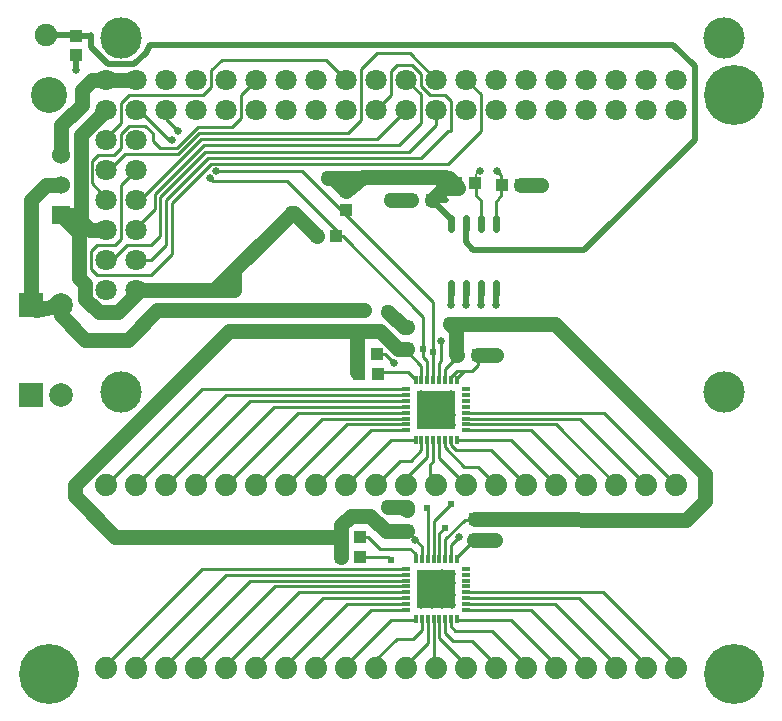
<source format=gtl>
G04 Layer: TopLayer*
G04 EasyEDA v6.3.22, 2020-01-25T23:38:18+00:00*
G04 9703bbce67ff49f59cf1a8212616356f,50f9dc15ed21485093dd89aa00421481,09*
G04 Gerber Generator version 0.2*
G04 Scale: 100 percent, Rotated: No, Reflected: No *
G04 Dimensions in inches *
G04 leading zeros omitted , absolute positions ,2 integer and 4 decimal *
%FSLAX24Y24*%
%MOIN*%
G90*
G70D02*

%ADD10C,0.010000*%
%ADD11C,0.050000*%
%ADD12C,0.020000*%
%ADD13C,0.006000*%
%ADD14C,0.011024*%
%ADD15C,0.023622*%
%ADD16C,0.024000*%
%ADD17C,0.025000*%
%ADD18R,0.126000X0.126000*%
%ADD19R,0.026000X0.011800*%
%ADD20R,0.011800X0.026000*%
%ADD21R,0.039370X0.043307*%
%ADD22R,0.043307X0.039370*%
%ADD23C,0.070866*%
%ADD24C,0.074000*%
%ADD25R,0.078740X0.078740*%
%ADD26C,0.078740*%
%ADD27C,0.074803*%
%ADD28R,0.060000X0.060000*%
%ADD29C,0.060000*%
%ADD30C,0.120000*%
%ADD31C,0.137790*%
%ADD32C,0.200000*%

%LPD*%
G54D11*
G01X11880Y13485D02*
G01X4984Y13485D01*
G01X4014Y12515D01*
G01X2610Y12515D01*
G01X1800Y13325D01*
G01X1800Y13665D01*
G01X975Y13485D01*
G01X795Y13665D01*
G01X800Y17167D01*
G01X1298Y17665D01*
G01X1800Y17665D01*
G01X12690Y6945D02*
G01X13319Y6945D01*
G01X13319Y6841D01*
G01X15694Y12005D02*
G01X16289Y12005D01*
G01X16300Y11995D01*
G54D10*
G01X11765Y5277D02*
G01X12680Y5277D01*
G01X12790Y5167D01*
G01X13818Y5191D02*
G01X13818Y5629D01*
G01X13600Y5847D01*
G01X13319Y6127D01*
G01X13319Y6132D01*
G01X14802Y5191D02*
G01X14802Y5676D01*
G01X15045Y5919D01*
G54D11*
G01X17139Y17669D02*
G01X17795Y17669D01*
G54D12*
G01X14780Y16384D02*
G01X14780Y16540D01*
G01X14154Y17165D01*
G01X14158Y17169D01*
G01X14639Y17169D01*
G54D11*
G01X12710Y13445D02*
G01X13234Y12921D01*
G01X13319Y12921D01*
G54D12*
G01X16295Y13669D02*
G01X16280Y13684D01*
G01X16280Y14226D01*
G01X15780Y14226D02*
G01X15780Y13684D01*
G01X15795Y13669D01*
G01X15295Y13669D02*
G01X15280Y13684D01*
G01X15280Y14226D01*
G01X14780Y14226D02*
G01X14780Y13684D01*
G01X14795Y13669D01*
G54D10*
G01X15694Y12005D02*
G01X15694Y11670D01*
G01X15496Y11472D01*
G01X15250Y11472D01*
G01X14984Y11144D02*
G01X14984Y11244D01*
G01X15212Y11472D01*
G01X15250Y11472D01*
G01X15000Y11472D01*
G01X14791Y11264D01*
G01X14791Y11181D01*
G01X14999Y5191D02*
G01X14999Y5278D01*
G01X15545Y5824D01*
G01X16280Y14226D02*
G01X16280Y13684D01*
G01X16295Y13669D01*
G01X15780Y14226D02*
G01X15780Y13684D01*
G01X15795Y13669D01*
G01X15280Y14226D02*
G01X15280Y13684D01*
G01X15295Y13669D01*
G01X14780Y14226D02*
G01X14780Y13684D01*
G01X14795Y13669D01*
G54D11*
G01X13445Y17165D02*
G01X12800Y17165D01*
G01X12800Y17165D01*
G54D10*
G01X14590Y11144D02*
G01X14590Y11527D01*
G01X14985Y11922D01*
G01X14985Y12005D01*
G01X14605Y5191D02*
G01X14605Y5852D01*
G01X15266Y6513D01*
G01X15545Y6513D01*
G01X13025Y12477D02*
G01X13025Y12424D01*
G01X13808Y11642D01*
G01X13808Y11181D01*
G54D11*
G01X14950Y17669D02*
G01X14712Y17907D01*
G01X14360Y17907D01*
G01X3290Y16157D02*
G01X2768Y16157D01*
G01X2259Y16665D01*
G01X1800Y16665D01*
G54D10*
G01X14212Y5191D02*
G01X14212Y6459D01*
G01X14800Y7047D01*
G01X14015Y5191D02*
G01X14015Y6880D01*
G01X14000Y6895D01*
G01X13860Y12185D02*
G01X13860Y11935D01*
G01X14005Y11790D01*
G01X14005Y11181D01*
G01X5310Y20175D02*
G01X5310Y19855D01*
G01X5700Y19465D01*
G01X5500Y19165D02*
G01X5401Y19165D01*
G01X4391Y20175D01*
G01X4310Y20175D01*
G01X6970Y18127D02*
G01X9833Y18127D01*
G01X11295Y16669D01*
G01X6756Y17900D02*
G01X6859Y17807D01*
G01X9328Y17807D01*
G01X10984Y16151D01*
G01X10984Y15919D01*
G01X10955Y15955D02*
G01X11180Y15955D01*
G01X13860Y13275D01*
G01X13860Y12185D01*
G01X14200Y12095D02*
G01X14200Y13764D01*
G01X11295Y16669D01*
G01X14196Y11144D02*
G01X14196Y11176D01*
G01X14202Y11181D01*
G01X14200Y11183D01*
G01X14200Y12095D01*
G01X16450Y17669D02*
G01X16450Y17328D01*
G01X16290Y17117D01*
G01X16290Y16394D01*
G01X16280Y16384D01*
G54D11*
G01X10680Y17915D02*
G01X10864Y17915D01*
G01X11300Y17480D01*
G01X11300Y17480D02*
G01X11851Y17919D01*
G01X14595Y17919D01*
G01X14845Y17669D01*
G01X14950Y17669D01*
G01X11851Y17919D02*
G01X11847Y17915D01*
G01X10680Y17915D01*
G01X2460Y16269D02*
G01X2460Y19325D01*
G01X3300Y20165D01*
G54D12*
G01X2295Y21503D02*
G01X2295Y21995D01*
G01X2310Y22010D01*
G01X2295Y21995D01*
G01X2295Y21669D01*
G54D11*
G01X10325Y15955D02*
G01X9545Y16735D01*
G01X9480Y16735D01*
G54D10*
G01X3300Y7667D02*
G01X6498Y10866D01*
G01X13296Y10866D01*
G01X13296Y10669D02*
G01X7302Y10669D01*
G01X4300Y7667D01*
G01X5295Y7669D02*
G01X8098Y10472D01*
G01X13296Y10472D01*
G01X7295Y7669D02*
G01X9705Y10079D01*
G01X13296Y10079D01*
G01X8295Y7669D02*
G01X10508Y9882D01*
G01X13296Y9882D01*
G01X9295Y7669D02*
G01X11311Y9685D01*
G01X13296Y9685D01*
G01X10295Y7669D02*
G01X12114Y9488D01*
G01X13296Y9488D01*
G01X11295Y7669D02*
G01X12799Y9173D01*
G01X13611Y9173D01*
G01X12295Y7669D02*
G01X13105Y8479D01*
G01X13454Y8479D01*
G01X13808Y8833D01*
G01X13808Y9173D01*
G01X13295Y7669D02*
G01X13295Y7897D01*
G01X14005Y8606D01*
G01X14005Y9173D01*
G01X14295Y7669D02*
G01X14080Y7884D01*
G01X14080Y8335D01*
G01X14202Y8457D01*
G01X14202Y9173D01*
G01X15295Y7669D02*
G01X14397Y8566D01*
G01X14397Y9173D01*
G01X14594Y9173D02*
G01X14594Y8930D01*
G01X14590Y8925D01*
G01X16295Y7669D02*
G01X15681Y8282D01*
G01X15233Y8282D01*
G01X14590Y8925D01*
G01X17295Y7669D02*
G01X16127Y8837D01*
G01X14967Y8837D01*
G01X14787Y9017D01*
G01X14787Y9194D01*
G01X18295Y7669D02*
G01X16791Y9173D01*
G01X14988Y9173D01*
G01X19295Y7669D02*
G01X17476Y9488D01*
G01X15304Y9488D01*
G01X20295Y7669D02*
G01X18279Y9685D01*
G01X15304Y9685D01*
G01X21295Y7669D02*
G01X19082Y9882D01*
G01X15304Y9882D01*
G01X22295Y7669D02*
G01X19885Y10079D01*
G01X15304Y10079D01*
G01X14397Y11181D02*
G01X14397Y11745D01*
G01X14450Y11797D01*
G01X14450Y12465D01*
G54D11*
G01X15545Y5824D02*
G01X16249Y5824D01*
G01X16250Y5825D01*
G01X11660Y11427D02*
G01X11660Y12637D01*
G01X11500Y12797D01*
G01X7380Y12797D01*
G01X2250Y7667D01*
G01X2250Y7297D01*
G01X3610Y5937D01*
G01X11135Y5937D01*
G01X11135Y5937D01*
G01X11135Y5277D01*
G54D10*
G01X13621Y5191D02*
G01X13621Y5378D01*
G01X13606Y5392D01*
G54D11*
G01X15600Y6541D02*
G01X22639Y6513D01*
G01X23250Y7124D01*
G01X23250Y8047D01*
G01X18250Y13047D01*
G01X14750Y13047D01*
G01X14953Y12843D01*
G01X14953Y12037D01*
G01X14985Y12005D01*
G54D10*
G01X3295Y1669D02*
G01X6502Y4876D01*
G01X13306Y4876D01*
G01X4295Y1669D02*
G01X7305Y4679D01*
G01X13306Y4679D01*
G01X22295Y1669D02*
G01X19875Y4089D01*
G01X15313Y4089D01*
G01X21295Y1669D02*
G01X19072Y3892D01*
G01X15313Y3892D01*
G01X20295Y1669D02*
G01X18269Y3695D01*
G01X15313Y3695D01*
G01X19295Y1669D02*
G01X17466Y3498D01*
G01X15313Y3498D01*
G01X18295Y1669D02*
G01X16781Y3183D01*
G01X14999Y3183D01*
G01X17295Y1669D02*
G01X16157Y2807D01*
G01X14940Y2817D01*
G01X14800Y2967D01*
G01X14802Y3183D01*
G01X15295Y1669D02*
G01X14408Y2556D01*
G01X14408Y3183D01*
G01X14295Y1669D02*
G01X14212Y1752D01*
G01X14212Y3183D01*
G01X13295Y1669D02*
G01X14015Y2389D01*
G01X14015Y3183D01*
G01X11295Y1669D02*
G01X12803Y3177D01*
G01X13621Y3177D01*
G01X10295Y1669D02*
G01X12124Y3498D01*
G01X13306Y3498D01*
G01X9295Y1669D02*
G01X11321Y3695D01*
G01X13306Y3695D01*
G01X8295Y1669D02*
G01X10518Y3892D01*
G01X13306Y3892D01*
G01X7295Y1669D02*
G01X9715Y4089D01*
G01X13306Y4089D01*
G01X6295Y1669D02*
G01X8911Y4285D01*
G01X13306Y4285D01*
G01X5295Y1669D02*
G01X8108Y4482D01*
G01X13306Y4482D01*
G01X14610Y3197D02*
G01X14610Y2954D01*
G01X15780Y16384D02*
G01X15780Y17177D01*
G01X15639Y17317D01*
G01X15639Y17669D01*
G54D13*
G01X15639Y17669D02*
G01X15639Y18026D01*
G01X15760Y18147D01*
G54D11*
G01X13319Y12212D02*
G01X13034Y12212D01*
G01X12430Y12817D01*
G01X11374Y12817D01*
G54D10*
G01X12300Y1867D02*
G01X12980Y2537D01*
G01X13530Y2537D01*
G01X13818Y2825D01*
G01X13818Y3183D01*
G01X16295Y1669D02*
G01X15497Y2467D01*
G01X14860Y2467D01*
G01X14605Y2722D01*
G01X14605Y2940D01*
G54D11*
G01X13319Y6137D02*
G01X12618Y6137D01*
G01X12108Y6647D01*
G01X11460Y6647D01*
G01X11135Y6322D01*
G01X11135Y5937D01*
G54D10*
G01X6295Y7669D02*
G01X8901Y10275D01*
G01X13296Y10275D01*
G54D11*
G01X4310Y21175D02*
G01X2828Y21175D01*
G01X2480Y20827D01*
G01X2480Y20335D01*
G01X1800Y19655D01*
G01X1800Y18665D01*
G54D10*
G01X4295Y16229D02*
G01X4928Y16862D01*
G01X4928Y17375D01*
G01X6550Y18997D01*
G01X13050Y18997D01*
G01X13800Y19747D01*
G01X13800Y20685D01*
G01X13310Y21175D01*
G01X13303Y21169D01*
G01X13295Y21169D01*
G01X4295Y17229D02*
G01X4482Y17229D01*
G01X6450Y19197D01*
G01X12331Y19197D01*
G01X13310Y20175D01*
G01X3295Y19229D02*
G01X3295Y19242D01*
G01X3800Y19747D01*
G01X3800Y20397D01*
G01X4070Y20667D01*
G01X6520Y20667D01*
G01X6800Y20947D01*
G01X6800Y21497D01*
G01X7150Y21847D01*
G01X10638Y21847D01*
G01X11310Y21175D01*
G54D12*
G01X15280Y16384D02*
G01X15280Y15762D01*
G01X15539Y15502D01*
G01X19238Y15502D01*
G01X22913Y19178D01*
G01X22913Y21633D01*
G01X22200Y22347D01*
G01X4760Y22337D01*
G01X4720Y22277D01*
G01X4680Y22187D01*
G01X4616Y22083D01*
G01X4240Y21707D01*
G01X3351Y21707D01*
G01X2800Y22259D01*
G01X2800Y22665D01*
G01X2774Y22640D01*
G01X2310Y22640D01*
G01X1295Y22669D02*
G01X2281Y22669D01*
G01X2310Y22640D01*
G54D10*
G01X16450Y17669D02*
G01X16450Y18016D01*
G01X16330Y18137D01*
G54D11*
G01X14154Y17165D02*
G01X14569Y17580D01*
G01X15039Y17580D01*
G01X14950Y17669D01*
G54D10*
G01X13611Y11181D02*
G01X13367Y11424D01*
G01X12344Y11424D01*
G01X12900Y11747D02*
G01X12600Y12047D01*
G01X12344Y12047D01*
G01X11764Y5937D02*
G01X12040Y5937D01*
G01X12430Y5547D01*
G01X13419Y5537D01*
G01X13606Y5392D01*
G01X14408Y5191D02*
G01X14408Y6055D01*
G01X14600Y6247D01*
G01X3295Y17229D02*
G01X3295Y17251D01*
G01X2824Y17723D01*
G01X2824Y18471D01*
G01X3020Y18667D01*
G01X3551Y18667D01*
G01X3800Y18915D01*
G01X3800Y19365D01*
G01X4071Y19637D01*
G01X4610Y19637D01*
G01X4850Y19397D01*
G01X4850Y19147D01*
G01X5100Y18897D01*
G01X5650Y18897D01*
G01X6350Y19597D01*
G01X7480Y19597D01*
G01X7800Y19917D01*
G01X7800Y20665D01*
G01X8310Y21175D01*
G01X3295Y18229D02*
G01X3453Y18229D01*
G01X3921Y18697D01*
G01X5700Y18697D01*
G01X6400Y19397D01*
G01X11350Y19397D01*
G01X11800Y19847D01*
G01X11800Y21547D01*
G01X12318Y22065D01*
G01X13419Y22065D01*
G01X14310Y21175D01*
G01X3300Y15165D02*
G01X3500Y15165D01*
G01X4000Y15665D01*
G01X4800Y15665D01*
G01X5100Y15965D01*
G01X5100Y17265D01*
G01X6600Y18765D01*
G01X13400Y18765D01*
G01X14310Y19675D01*
G01X14310Y20175D01*
G01X15310Y21175D02*
G01X15800Y20685D01*
G01X15800Y19465D01*
G01X14700Y18365D01*
G01X6800Y18365D01*
G01X5500Y17065D01*
G01X5500Y15365D01*
G01X4800Y14665D01*
G01X3000Y14665D01*
G01X2800Y14865D01*
G01X2800Y15465D01*
G01X3000Y15665D01*
G01X3600Y15665D01*
G01X3800Y15865D01*
G01X3800Y17665D01*
G01X4300Y18165D01*
G01X12310Y20175D02*
G01X12800Y20665D01*
G01X12800Y21465D01*
G01X13000Y21665D01*
G01X13500Y21665D01*
G01X13800Y21365D01*
G01X13800Y20965D01*
G01X14100Y20665D01*
G01X14600Y20665D01*
G01X14800Y20465D01*
G01X14800Y19465D01*
G01X14700Y19465D01*
G01X13800Y18565D01*
G01X6700Y18565D01*
G01X5300Y17165D01*
G01X5300Y15665D01*
G01X4800Y15165D01*
G01X4300Y15165D01*
G54D11*
G01X9480Y16735D02*
G01X6901Y14157D01*
G01X4440Y14157D01*
G01X3702Y13419D01*
G01X3046Y13419D01*
G01X2600Y13865D01*
G01X2600Y14359D01*
G01X2400Y14559D01*
G01X2400Y16065D01*
G01X1800Y16665D01*
G01X7545Y14169D02*
G01X7545Y14801D01*
G01X7545Y14169D02*
G01X6614Y14169D01*
G54D14*
G01X13780Y10059D02*
G01X13780Y9815D01*
G54D15*
G01X16280Y16203D02*
G01X16280Y16565D01*
G01X15780Y16203D02*
G01X15780Y16565D01*
G01X15280Y16203D02*
G01X15280Y16565D01*
G01X14780Y16203D02*
G01X14780Y16565D01*
G01X16280Y14045D02*
G01X16280Y14408D01*
G01X15780Y14045D02*
G01X15780Y14408D01*
G01X15280Y14045D02*
G01X15280Y14408D01*
G01X14780Y14045D02*
G01X14780Y14408D01*
G54D18*
G01X14310Y4187D03*
G54D19*
G01X13310Y4876D03*
G01X13310Y4679D03*
G01X13310Y4482D03*
G01X13310Y4285D03*
G01X13310Y4088D03*
G01X13310Y3891D03*
G01X13310Y3695D03*
G01X13310Y3498D03*
G54D20*
G01X13621Y3187D03*
G01X13817Y3187D03*
G01X14014Y3187D03*
G01X14211Y3187D03*
G01X14408Y3187D03*
G01X14605Y3187D03*
G01X14802Y3187D03*
G01X14999Y3187D03*
G54D19*
G01X15310Y3498D03*
G01X15310Y3695D03*
G01X15310Y3891D03*
G01X15310Y4088D03*
G01X15310Y4285D03*
G01X15310Y4482D03*
G01X15310Y4679D03*
G01X15310Y4876D03*
G54D20*
G01X14999Y5187D03*
G01X14802Y5187D03*
G01X14605Y5187D03*
G01X14408Y5187D03*
G01X14211Y5187D03*
G01X14014Y5187D03*
G01X13817Y5187D03*
G01X13621Y5187D03*
G54D18*
G01X14300Y10177D03*
G54D19*
G01X13300Y10866D03*
G01X13300Y10669D03*
G01X13300Y10472D03*
G01X13300Y10275D03*
G01X13300Y10078D03*
G01X13300Y9881D03*
G01X13300Y9685D03*
G01X13300Y9488D03*
G54D20*
G01X13611Y9177D03*
G01X13807Y9177D03*
G01X14004Y9177D03*
G01X14201Y9177D03*
G01X14398Y9177D03*
G01X14595Y9177D03*
G01X14792Y9177D03*
G01X14988Y9177D03*
G54D19*
G01X15300Y9488D03*
G01X15300Y9685D03*
G01X15300Y9881D03*
G01X15300Y10078D03*
G01X15300Y10275D03*
G01X15300Y10472D03*
G01X15300Y10669D03*
G01X15300Y10866D03*
G54D20*
G01X14988Y11177D03*
G01X14792Y11177D03*
G01X14595Y11177D03*
G01X14398Y11177D03*
G01X14201Y11177D03*
G01X14004Y11177D03*
G01X13807Y11177D03*
G01X13611Y11177D03*
G54D21*
G01X13445Y17165D03*
G01X14154Y17165D03*
G54D22*
G01X2310Y22640D03*
G01X2310Y22010D03*
G54D21*
G01X17140Y17669D03*
G01X16510Y17669D03*
G01X14955Y17747D03*
G01X15584Y17747D03*
G01X10325Y15955D03*
G01X10954Y15955D03*
G54D22*
G01X11300Y17480D03*
G01X11300Y16850D03*
G01X13319Y12212D03*
G01X13319Y12921D03*
G01X15600Y5832D03*
G01X15600Y6541D03*
G54D21*
G01X11135Y5277D03*
G01X11764Y5277D03*
G01X11765Y5937D03*
G01X11135Y5937D03*
G01X12345Y11377D03*
G01X11715Y11377D03*
G01X11714Y12047D03*
G01X12344Y12047D03*
G01X15694Y12005D03*
G01X14985Y12005D03*
G54D22*
G01X13319Y6132D03*
G01X13319Y6841D03*
G54D23*
G01X4300Y19165D03*
G01X4300Y18165D03*
G01X4300Y17165D03*
G01X4300Y16165D03*
G01X4300Y15165D03*
G01X4300Y14165D03*
G01X3300Y14165D03*
G01X3300Y15165D03*
G01X3300Y16165D03*
G01X3300Y17165D03*
G01X3300Y18165D03*
G01X22300Y21165D03*
G01X22300Y20165D03*
G01X21300Y21165D03*
G01X21300Y20165D03*
G01X20300Y21165D03*
G01X20300Y20165D03*
G01X19300Y21165D03*
G01X19300Y20165D03*
G01X18300Y20165D03*
G01X17300Y21165D03*
G01X17300Y20165D03*
G01X16300Y21165D03*
G01X16300Y20165D03*
G01X15300Y21165D03*
G01X15300Y20165D03*
G01X14300Y21165D03*
G01X14300Y20165D03*
G01X13300Y21165D03*
G01X13300Y20165D03*
G01X12300Y21165D03*
G01X12300Y20165D03*
G01X11300Y21165D03*
G01X11300Y20165D03*
G01X10300Y21165D03*
G01X10300Y20165D03*
G01X9300Y21165D03*
G01X9300Y20165D03*
G01X8300Y21165D03*
G01X8300Y20165D03*
G01X7300Y21165D03*
G01X7300Y20165D03*
G01X6300Y21165D03*
G01X6300Y20165D03*
G01X5300Y21165D03*
G01X5300Y20165D03*
G01X4300Y21165D03*
G01X4300Y20165D03*
G01X3300Y21165D03*
G54D24*
G01X3300Y7665D03*
G01X4300Y7665D03*
G01X5300Y7665D03*
G01X6300Y7665D03*
G01X7300Y7665D03*
G01X8300Y7665D03*
G01X9300Y7665D03*
G01X10300Y7665D03*
G01X11300Y7665D03*
G01X12300Y7665D03*
G01X13300Y7665D03*
G01X14300Y7665D03*
G01X15300Y7665D03*
G01X16300Y7665D03*
G01X17300Y7665D03*
G01X18300Y7665D03*
G01X19300Y7665D03*
G01X20300Y7665D03*
G01X21300Y7665D03*
G01X22300Y7665D03*
G01X22300Y1565D03*
G01X21300Y1565D03*
G01X20300Y1565D03*
G01X19300Y1565D03*
G01X18300Y1565D03*
G01X17300Y1565D03*
G01X16300Y1565D03*
G01X15300Y1565D03*
G01X13300Y1565D03*
G01X12300Y1565D03*
G01X11300Y1565D03*
G01X10300Y1565D03*
G01X9300Y1565D03*
G01X8300Y1565D03*
G01X7300Y1565D03*
G01X6300Y1565D03*
G01X5300Y1565D03*
G01X4300Y1565D03*
G01X3300Y1565D03*
G01X14300Y1565D03*
G54D23*
G01X22300Y21165D03*
G01X22300Y20165D03*
G01X21300Y21165D03*
G01X21300Y20165D03*
G01X20300Y21165D03*
G01X20300Y20165D03*
G01X19300Y21165D03*
G01X19300Y20165D03*
G01X18300Y21165D03*
G01X18300Y20165D03*
G01X17300Y21165D03*
G01X17300Y20165D03*
G01X16300Y21165D03*
G01X16300Y20165D03*
G01X15300Y21165D03*
G01X15300Y20165D03*
G01X14300Y21165D03*
G01X14300Y20165D03*
G01X13300Y21165D03*
G01X13300Y20165D03*
G01X12300Y21165D03*
G01X12300Y20165D03*
G01X11300Y21165D03*
G01X11300Y20165D03*
G01X10300Y21165D03*
G01X10300Y20165D03*
G01X9300Y21165D03*
G01X9300Y20165D03*
G01X8300Y21165D03*
G01X8300Y20165D03*
G01X7300Y21165D03*
G01X7300Y20165D03*
G01X6300Y21165D03*
G01X6300Y20165D03*
G01X5300Y21165D03*
G01X5300Y20165D03*
G01X4300Y21165D03*
G01X4300Y20165D03*
G01X3300Y21165D03*
G01X4300Y19165D03*
G01X4300Y18165D03*
G01X4300Y17165D03*
G01X4300Y16165D03*
G01X4300Y15165D03*
G01X4300Y14165D03*
G01X3300Y14165D03*
G01X3300Y15165D03*
G01X3300Y16165D03*
G01X3300Y17165D03*
G01X3300Y18165D03*
G54D25*
G01X800Y13665D03*
G54D26*
G01X1800Y13665D03*
G54D25*
G01X800Y10665D03*
G54D26*
G01X1800Y10665D03*
G54D23*
G01X3300Y7665D03*
G01X4300Y7665D03*
G01X5300Y7665D03*
G01X6300Y7665D03*
G01X7300Y7665D03*
G01X8300Y7665D03*
G01X9300Y7665D03*
G01X10300Y7665D03*
G01X11300Y7665D03*
G01X12300Y7665D03*
G01X13300Y7665D03*
G01X14300Y7665D03*
G01X15300Y7665D03*
G01X16300Y7665D03*
G01X17300Y7665D03*
G01X18300Y7665D03*
G01X19300Y7665D03*
G01X20300Y7665D03*
G01X21300Y7665D03*
G01X22300Y7665D03*
G01X22300Y1562D03*
G01X21300Y1562D03*
G01X20300Y1562D03*
G01X19300Y1562D03*
G01X18300Y1562D03*
G01X17300Y1562D03*
G01X16300Y1562D03*
G01X15300Y1562D03*
G01X13300Y1562D03*
G01X12300Y1562D03*
G01X11300Y1562D03*
G01X10300Y1562D03*
G01X9300Y1562D03*
G01X8300Y1562D03*
G01X7300Y1562D03*
G01X6300Y1562D03*
G01X5300Y1562D03*
G01X4300Y1562D03*
G01X3300Y1562D03*
G01X14300Y1562D03*
G01X4300Y19165D03*
G01X4300Y18165D03*
G01X4300Y17165D03*
G01X4300Y16165D03*
G01X4300Y15165D03*
G01X4300Y14165D03*
G01X3300Y14165D03*
G01X3300Y15165D03*
G01X3300Y16165D03*
G01X3300Y17165D03*
G01X3300Y18165D03*
G01X3300Y19165D03*
G01X22300Y21165D03*
G01X22300Y20165D03*
G01X21300Y21165D03*
G01X21300Y20165D03*
G01X20300Y21165D03*
G01X20300Y20165D03*
G01X19300Y21165D03*
G01X19300Y20165D03*
G01X18300Y21165D03*
G01X18300Y20165D03*
G01X17300Y21165D03*
G01X17300Y20165D03*
G01X16300Y21165D03*
G01X16300Y20165D03*
G01X15300Y21165D03*
G01X15300Y20165D03*
G01X14300Y21165D03*
G01X14300Y20165D03*
G01X13300Y21165D03*
G01X13300Y20165D03*
G01X12300Y21165D03*
G01X12300Y20165D03*
G01X11300Y21165D03*
G01X11300Y20165D03*
G01X10300Y21165D03*
G01X10300Y20165D03*
G01X9300Y21165D03*
G01X9300Y20165D03*
G01X8300Y21165D03*
G01X8300Y20165D03*
G01X7300Y21165D03*
G01X7300Y20165D03*
G01X6300Y21165D03*
G01X6300Y20165D03*
G01X5300Y21165D03*
G01X5300Y20165D03*
G01X4300Y21165D03*
G01X4300Y20165D03*
G01X3300Y21165D03*
G01X3300Y20165D03*
G54D25*
G01X800Y13665D03*
G54D26*
G01X1800Y13665D03*
G54D25*
G01X800Y10665D03*
G54D26*
G01X1800Y10665D03*
G54D27*
G01X1295Y22669D03*
G54D28*
G01X1800Y16665D03*
G54D29*
G01X1800Y17665D03*
G01X1800Y18665D03*
G54D30*
G01X1382Y20665D03*
G54D31*
G01X23878Y10760D03*
G01X23878Y22571D03*
G01X3800Y22571D03*
G01X3800Y10760D03*
G54D32*
G01X24217Y20665D03*
G01X1382Y1374D03*
G01X24217Y1374D03*
G54D16*
G01X12790Y5167D03*
G01X14600Y6247D03*
G54D11*
G01X11880Y13485D03*
G01X14750Y13047D03*
G54D17*
G01X13780Y10697D03*
G54D11*
G01X12800Y17165D03*
G54D17*
G01X14795Y13669D03*
G01X15295Y13669D03*
G01X15795Y13669D03*
G01X16295Y13669D03*
G54D11*
G01X16250Y5825D03*
G01X16300Y11995D03*
G01X12690Y6945D03*
G01X12710Y13445D03*
G54D17*
G01X14810Y10697D03*
G01X14810Y10317D03*
G01X14819Y9657D03*
G01X13790Y9667D03*
G01X14819Y9997D03*
G54D11*
G01X17795Y17669D03*
G01X10680Y17915D03*
G01X9480Y16735D03*
G01X7545Y14169D03*
G01X7545Y12797D03*
G54D17*
G01X15045Y5919D03*
G01X13600Y5847D03*
G01X2295Y21503D03*
G54D11*
G01X14360Y17907D03*
G54D16*
G01X14800Y7047D03*
G01X14000Y6895D03*
G01X13860Y12185D03*
G01X14200Y12095D03*
G54D17*
G01X14450Y12465D03*
G01X12900Y11747D03*
G01X5700Y19465D03*
G01X5500Y19165D03*
G01X6970Y18127D03*
G01X6756Y17900D03*
G01X15760Y18147D03*
G01X16330Y18137D03*
G01X13790Y9977D03*
G01X13790Y10317D03*
G01X13800Y4707D03*
G01X13780Y3677D03*
G01X13790Y3977D03*
G01X13800Y4377D03*
G01X14119Y4697D03*
G01X14500Y4727D03*
G01X14819Y4707D03*
G01X14819Y4387D03*
G01X14819Y3987D03*
G01X14819Y3657D03*
G01X14500Y3667D03*
G01X14150Y3657D03*
G01X14150Y3977D03*
G01X14119Y4357D03*
G01X14490Y4377D03*
G01X14500Y3957D03*
M00*
M02*

</source>
